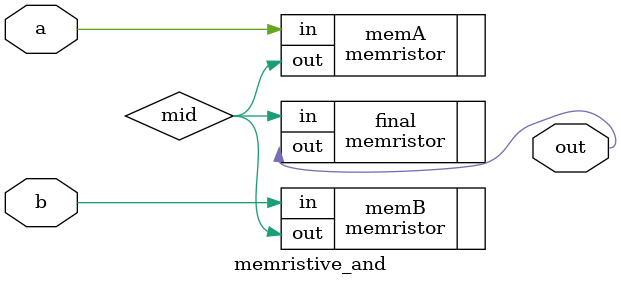
<source format=v>
/* Generated by Yosys 0.24+10 (git sha1 3ebc50dee, clang 10.0.0-4ubuntu1 -fPIC -Os) */

(* hdlname = "\\memristive_and" *)
(* top =  1  *)
(* src = "./memrist-pim.srcs/sources_1/new/memristive-and.v:23.1-31.10" *)
module memristive_and(out, a, b);
  (* src = "./memrist-pim.srcs/sources_1/new/memristive-and.v:24.11-24.12" *)
  input a;
  wire a;
  (* src = "./memrist-pim.srcs/sources_1/new/memristive-and.v:24.14-24.15" *)
  input b;
  wire b;
  (* src = "./memrist-pim.srcs/sources_1/new/memristive-and.v:26.10-26.13" *)
  (* unused_bits = "0" *)
  wire mid;
  (* src = "./memrist-pim.srcs/sources_1/new/memristive-and.v:25.12-25.15" *)
  output out;
  wire out;
  (* module_not_derived = 32'd1 *)
  (* src = "./memrist-pim.srcs/sources_1/new/memristive-and.v:30.15-30.31" *)
  memristor \final  (
    .in(mid),
    .out(out)
  );
  (* module_not_derived = 32'd1 *)
  (* src = "./memrist-pim.srcs/sources_1/new/memristive-and.v:28.15-28.28" *)
  memristor memA (
    .in(a),
    .out(mid)
  );
  (* module_not_derived = 32'd1 *)
  (* src = "./memrist-pim.srcs/sources_1/new/memristive-and.v:29.15-29.28" *)
  memristor memB (
    .in(b),
    .out(mid)
  );
endmodule

</source>
